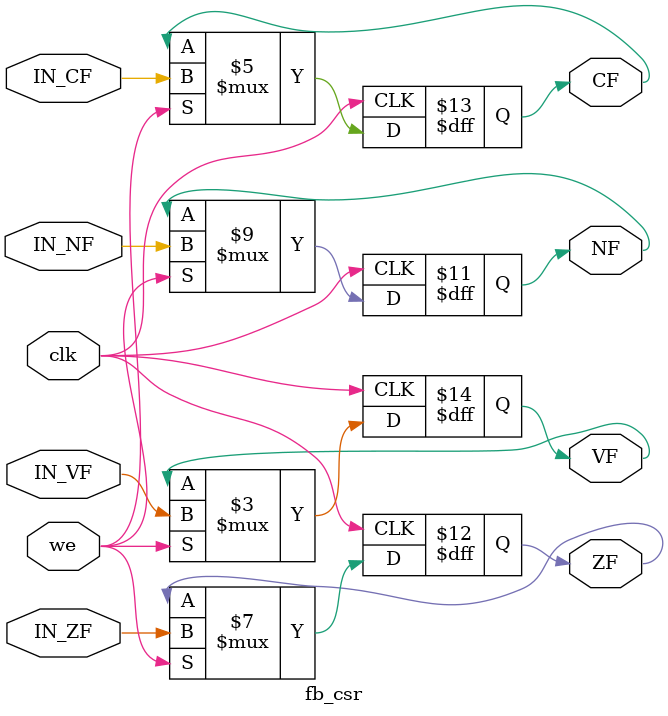
<source format=v>
module fb_csr (
  input clk,
  input we,
  input IN_NF,
  input IN_ZF,
  input IN_CF,
  input IN_VF,
  output reg NF,
  output reg ZF,
  output reg CF,
  output reg VF
);

always @(posedge clk ) begin
  if (we == 1) begin
    NF <= IN_NF;
    ZF <= IN_ZF;
    CF <= IN_CF;
    VF <= IN_VF;
  end  
end

endmodule
</source>
